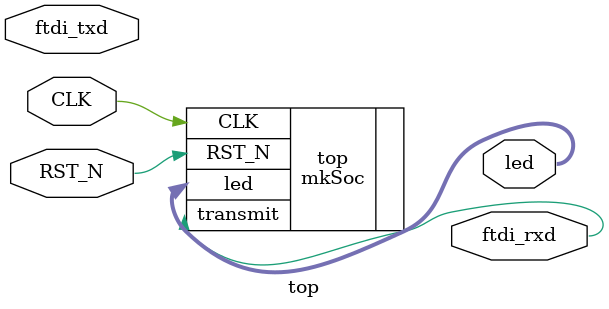
<source format=v>
module top (
  input CLK,
  input RST_N,

  output ftdi_rxd,
  input ftdi_txd,

  output [7:0] led
);

  mkSoc top (
    .CLK(CLK),
    .RST_N(RST_N),
    .transmit(ftdi_rxd),
    .led(led)
  );

endmodule

</source>
